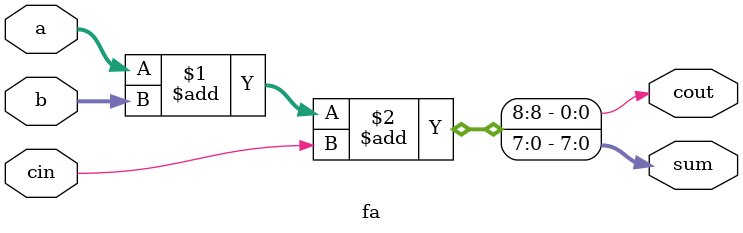
<source format=sv>
`ifndef fa
`define fa

module fa #(parameter N = 8) (
  input logic [N-1:0] a, b,
  input logic cin,
  output logic [N-1:0] sum,
  output logic cout
);

  assign {cout, sum} = a + b + cin;
endmodule : fa
`endif // fa
</source>
